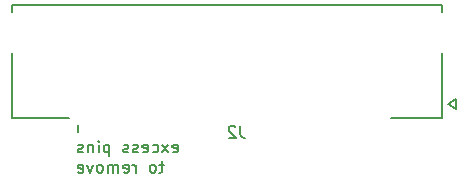
<source format=gbr>
%TF.GenerationSoftware,KiCad,Pcbnew,(5.0.2-5)-5*%
%TF.CreationDate,2023-05-01T14:03:50+02:00*%
%TF.ProjectId,SS1_ATX,5353315f-4154-4582-9e6b-696361645f70,rev?*%
%TF.SameCoordinates,Original*%
%TF.FileFunction,Legend,Bot*%
%TF.FilePolarity,Positive*%
%FSLAX46Y46*%
G04 Gerber Fmt 4.6, Leading zero omitted, Abs format (unit mm)*
G04 Created by KiCad (PCBNEW (5.0.2-5)-5) date Lundi 01 mai 2023 à 14:03:50*
%MOMM*%
%LPD*%
G01*
G04 APERTURE LIST*
%ADD10C,0.200000*%
%ADD11C,0.127000*%
%ADD12C,0.150000*%
G04 APERTURE END LIST*
D10*
X97518095Y-122302380D02*
X97518095Y-121635714D01*
X105518095Y-123954761D02*
X105613333Y-124002380D01*
X105803809Y-124002380D01*
X105899047Y-123954761D01*
X105946666Y-123859523D01*
X105946666Y-123478571D01*
X105899047Y-123383333D01*
X105803809Y-123335714D01*
X105613333Y-123335714D01*
X105518095Y-123383333D01*
X105470476Y-123478571D01*
X105470476Y-123573809D01*
X105946666Y-123669047D01*
X105137142Y-124002380D02*
X104613333Y-123335714D01*
X105137142Y-123335714D02*
X104613333Y-124002380D01*
X103803809Y-123954761D02*
X103899047Y-124002380D01*
X104089523Y-124002380D01*
X104184761Y-123954761D01*
X104232380Y-123907142D01*
X104280000Y-123811904D01*
X104280000Y-123526190D01*
X104232380Y-123430952D01*
X104184761Y-123383333D01*
X104089523Y-123335714D01*
X103899047Y-123335714D01*
X103803809Y-123383333D01*
X102994285Y-123954761D02*
X103089523Y-124002380D01*
X103280000Y-124002380D01*
X103375238Y-123954761D01*
X103422857Y-123859523D01*
X103422857Y-123478571D01*
X103375238Y-123383333D01*
X103280000Y-123335714D01*
X103089523Y-123335714D01*
X102994285Y-123383333D01*
X102946666Y-123478571D01*
X102946666Y-123573809D01*
X103422857Y-123669047D01*
X102565714Y-123954761D02*
X102470476Y-124002380D01*
X102280000Y-124002380D01*
X102184761Y-123954761D01*
X102137142Y-123859523D01*
X102137142Y-123811904D01*
X102184761Y-123716666D01*
X102280000Y-123669047D01*
X102422857Y-123669047D01*
X102518095Y-123621428D01*
X102565714Y-123526190D01*
X102565714Y-123478571D01*
X102518095Y-123383333D01*
X102422857Y-123335714D01*
X102280000Y-123335714D01*
X102184761Y-123383333D01*
X101756190Y-123954761D02*
X101660952Y-124002380D01*
X101470476Y-124002380D01*
X101375238Y-123954761D01*
X101327619Y-123859523D01*
X101327619Y-123811904D01*
X101375238Y-123716666D01*
X101470476Y-123669047D01*
X101613333Y-123669047D01*
X101708571Y-123621428D01*
X101756190Y-123526190D01*
X101756190Y-123478571D01*
X101708571Y-123383333D01*
X101613333Y-123335714D01*
X101470476Y-123335714D01*
X101375238Y-123383333D01*
X100137142Y-123335714D02*
X100137142Y-124335714D01*
X100137142Y-123383333D02*
X100041904Y-123335714D01*
X99851428Y-123335714D01*
X99756190Y-123383333D01*
X99708571Y-123430952D01*
X99660952Y-123526190D01*
X99660952Y-123811904D01*
X99708571Y-123907142D01*
X99756190Y-123954761D01*
X99851428Y-124002380D01*
X100041904Y-124002380D01*
X100137142Y-123954761D01*
X99232380Y-124002380D02*
X99232380Y-123335714D01*
X99232380Y-123002380D02*
X99280000Y-123050000D01*
X99232380Y-123097619D01*
X99184761Y-123050000D01*
X99232380Y-123002380D01*
X99232380Y-123097619D01*
X98756190Y-123335714D02*
X98756190Y-124002380D01*
X98756190Y-123430952D02*
X98708571Y-123383333D01*
X98613333Y-123335714D01*
X98470476Y-123335714D01*
X98375238Y-123383333D01*
X98327619Y-123478571D01*
X98327619Y-124002380D01*
X97899047Y-123954761D02*
X97803809Y-124002380D01*
X97613333Y-124002380D01*
X97518095Y-123954761D01*
X97470476Y-123859523D01*
X97470476Y-123811904D01*
X97518095Y-123716666D01*
X97613333Y-123669047D01*
X97756190Y-123669047D01*
X97851428Y-123621428D01*
X97899047Y-123526190D01*
X97899047Y-123478571D01*
X97851428Y-123383333D01*
X97756190Y-123335714D01*
X97613333Y-123335714D01*
X97518095Y-123383333D01*
X104756190Y-125035714D02*
X104375238Y-125035714D01*
X104613333Y-124702380D02*
X104613333Y-125559523D01*
X104565714Y-125654761D01*
X104470476Y-125702380D01*
X104375238Y-125702380D01*
X103899047Y-125702380D02*
X103994285Y-125654761D01*
X104041904Y-125607142D01*
X104089523Y-125511904D01*
X104089523Y-125226190D01*
X104041904Y-125130952D01*
X103994285Y-125083333D01*
X103899047Y-125035714D01*
X103756190Y-125035714D01*
X103660952Y-125083333D01*
X103613333Y-125130952D01*
X103565714Y-125226190D01*
X103565714Y-125511904D01*
X103613333Y-125607142D01*
X103660952Y-125654761D01*
X103756190Y-125702380D01*
X103899047Y-125702380D01*
X102375238Y-125702380D02*
X102375238Y-125035714D01*
X102375238Y-125226190D02*
X102327619Y-125130952D01*
X102280000Y-125083333D01*
X102184761Y-125035714D01*
X102089523Y-125035714D01*
X101375238Y-125654761D02*
X101470476Y-125702380D01*
X101660952Y-125702380D01*
X101756190Y-125654761D01*
X101803809Y-125559523D01*
X101803809Y-125178571D01*
X101756190Y-125083333D01*
X101660952Y-125035714D01*
X101470476Y-125035714D01*
X101375238Y-125083333D01*
X101327619Y-125178571D01*
X101327619Y-125273809D01*
X101803809Y-125369047D01*
X100899047Y-125702380D02*
X100899047Y-125035714D01*
X100899047Y-125130952D02*
X100851428Y-125083333D01*
X100756190Y-125035714D01*
X100613333Y-125035714D01*
X100518095Y-125083333D01*
X100470476Y-125178571D01*
X100470476Y-125702380D01*
X100470476Y-125178571D02*
X100422857Y-125083333D01*
X100327619Y-125035714D01*
X100184761Y-125035714D01*
X100089523Y-125083333D01*
X100041904Y-125178571D01*
X100041904Y-125702380D01*
X99422857Y-125702380D02*
X99518095Y-125654761D01*
X99565714Y-125607142D01*
X99613333Y-125511904D01*
X99613333Y-125226190D01*
X99565714Y-125130952D01*
X99518095Y-125083333D01*
X99422857Y-125035714D01*
X99280000Y-125035714D01*
X99184761Y-125083333D01*
X99137142Y-125130952D01*
X99089523Y-125226190D01*
X99089523Y-125511904D01*
X99137142Y-125607142D01*
X99184761Y-125654761D01*
X99280000Y-125702380D01*
X99422857Y-125702380D01*
X98756190Y-125035714D02*
X98518095Y-125702380D01*
X98280000Y-125035714D01*
X97518095Y-125654761D02*
X97613333Y-125702380D01*
X97803809Y-125702380D01*
X97899047Y-125654761D01*
X97946666Y-125559523D01*
X97946666Y-125178571D01*
X97899047Y-125083333D01*
X97803809Y-125035714D01*
X97613333Y-125035714D01*
X97518095Y-125083333D01*
X97470476Y-125178571D01*
X97470476Y-125273809D01*
X97946666Y-125369047D01*
D11*
%TO.C,J2*%
X129530000Y-119490000D02*
X129530000Y-120290000D01*
X129530000Y-120290000D02*
X128830000Y-119890000D01*
X128830000Y-119890000D02*
X129530000Y-119490000D01*
X128300000Y-111490000D02*
X91900000Y-111490000D01*
X91900000Y-111490000D02*
X91900000Y-112090000D01*
X91900000Y-115590000D02*
X91900000Y-121090000D01*
X91900000Y-121090000D02*
X96700000Y-121090000D01*
X124000000Y-121090000D02*
X128300000Y-121090000D01*
X128300000Y-111490000D02*
X128300000Y-112090000D01*
X128300000Y-115590000D02*
X128300000Y-121090000D01*
D12*
X111243333Y-121752380D02*
X111243333Y-122466666D01*
X111290952Y-122609523D01*
X111386190Y-122704761D01*
X111529047Y-122752380D01*
X111624285Y-122752380D01*
X110814761Y-121847619D02*
X110767142Y-121800000D01*
X110671904Y-121752380D01*
X110433809Y-121752380D01*
X110338571Y-121800000D01*
X110290952Y-121847619D01*
X110243333Y-121942857D01*
X110243333Y-122038095D01*
X110290952Y-122180952D01*
X110862380Y-122752380D01*
X110243333Y-122752380D01*
%TD*%
M02*

</source>
